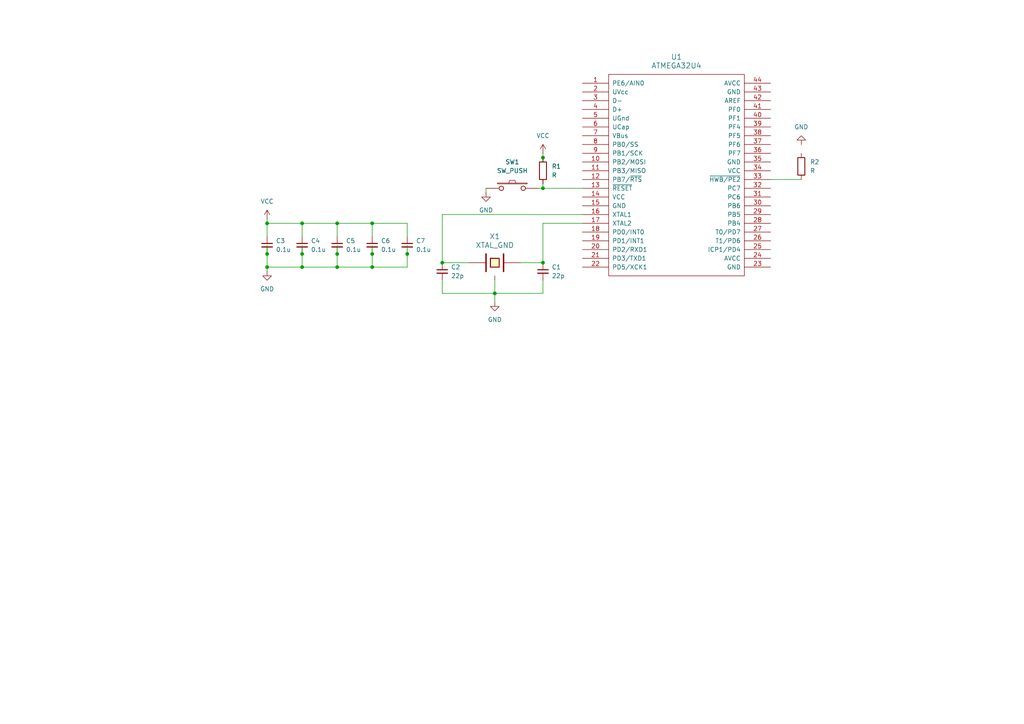
<source format=kicad_sch>
(kicad_sch (version 20231120) (generator "eeschema") (generator_version "8.0")
  (paper "A4")
  (lib_symbols
    (symbol "Device:C_Small" (pin_numbers hide) (pin_names (offset 0.254) hide)
      (property "Reference" "C" (at 0.254 1.778 0))
      (property "Value" "C_Small" (at 0.254 -2.032 0))
      (symbol "C_Small_0_1"
        (polyline (pts (xy -1.524 -0.508) (xy 1.524 -0.508)) (stroke (width 0.3302)))
        (polyline (pts (xy -1.524 0.508) (xy 1.524 0.508)) (stroke (width 0.3048)))
      )
      (symbol "C_Small_1_1"
        (pin passive line (at 0 2.54 270) (length 2.032) (name "~") (number "1"))
        (pin passive line (at 0 -2.54 90) (length 2.032) (name "~") (number "2"))
      )
    )
    (symbol "Device:R" (pin_numbers hide) (pin_names (offset 0))
      (property "Reference" "R" (at 2.032 0 90))
      (property "Value" "R" (at 0 0 90))
      (symbol "R_0_1"
        (rectangle (start -1.016 -2.54) (end 1.016 2.54) (stroke (width 0.254)))
      )
      (symbol "R_1_1"
        (pin passive line (at 0 3.81 270) (length 1.27) (name "~") (number "1"))
        (pin passive line (at 0 -3.81 90) (length 1.27) (name "~") (number "2"))
      )
    )
    (symbol "keyboard_parts:ATMEGA32U4" (pin_names (offset 1.016))
      (property "Reference" "U" (at 0 -31.75 0))
      (property "Value" "ATMEGA32U4" (at 0 31.75 0))
      (symbol "ATMEGA32U4_0_1"
        (rectangle (start 20.32 29.21) (end -19.05 -29.21))
      )
      (symbol "ATMEGA32U4_1_1"
        (pin bidirectional line (at -26.67 26.67 0) (length 7.62) (name "PE6/AIN0") (number "1"))
        (pin bidirectional line (at -26.67 3.81 0) (length 7.62) (name "PB2/MOSI") (number "10"))
        (pin bidirectional line (at -26.67 1.27 0) (length 7.62) (name "PB3/MISO") (number "11"))
        (pin bidirectional line (at -26.67 -1.27 0) (length 7.62) (name "PB7/~{RTS}") (number "12"))
        (pin input line (at -26.67 -3.81 0) (length 7.62) (name "~{RESET}") (number "13"))
        (pin power_in line (at -26.67 -6.35 0) (length 7.62) (name "VCC") (number "14"))
        (pin power_in line (at -26.67 -8.89 0) (length 7.62) (name "GND") (number "15"))
        (pin input line (at -26.67 -11.43 0) (length 7.62) (name "XTAL1") (number "16"))
        (pin output line (at -26.67 -13.97 0) (length 7.62) (name "XTAL2") (number "17"))
        (pin bidirectional line (at -26.67 -16.51 0) (length 7.62) (name "PD0/INT0") (number "18"))
        (pin bidirectional line (at -26.67 -19.05 0) (length 7.62) (name "PD1/INT1") (number "19"))
        (pin power_in line (at -26.67 24.13 0) (length 7.62) (name "UVcc") (number "2"))
        (pin bidirectional line (at -26.67 -21.59 0) (length 7.62) (name "PD2/RXD1") (number "20"))
        (pin bidirectional line (at -26.67 -24.13 0) (length 7.62) (name "PD3/TXD1") (number "21"))
        (pin bidirectional line (at -26.67 -26.67 0) (length 7.62) (name "PD5/XCK1") (number "22"))
        (pin power_in line (at 27.94 -26.67 180) (length 7.62) (name "GND") (number "23"))
        (pin power_in line (at 27.94 -24.13 180) (length 7.62) (name "AVCC") (number "24"))
        (pin bidirectional line (at 27.94 -21.59 180) (length 7.62) (name "ICP1/PD4") (number "25"))
        (pin bidirectional line (at 27.94 -19.05 180) (length 7.62) (name "T1/PD6") (number "26"))
        (pin bidirectional line (at 27.94 -16.51 180) (length 7.62) (name "T0/PD7") (number "27"))
        (pin bidirectional line (at 27.94 -13.97 180) (length 7.62) (name "PB4") (number "28"))
        (pin bidirectional line (at 27.94 -11.43 180) (length 7.62) (name "PB5") (number "29"))
        (pin bidirectional line (at -26.67 21.59 0) (length 7.62) (name "D-") (number "3"))
        (pin bidirectional line (at 27.94 -8.89 180) (length 7.62) (name "PB6") (number "30"))
        (pin bidirectional line (at 27.94 -6.35 180) (length 7.62) (name "PC6") (number "31"))
        (pin bidirectional line (at 27.94 -3.81 180) (length 7.62) (name "PC7") (number "32"))
        (pin bidirectional line (at 27.94 -1.27 180) (length 7.62) (name "~{HWB/PE2}") (number "33"))
        (pin power_in line (at 27.94 1.27 180) (length 7.62) (name "VCC") (number "34"))
        (pin power_in line (at 27.94 3.81 180) (length 7.62) (name "GND") (number "35"))
        (pin bidirectional line (at 27.94 6.35 180) (length 7.62) (name "PF7") (number "36"))
        (pin bidirectional line (at 27.94 8.89 180) (length 7.62) (name "PF6") (number "37"))
        (pin bidirectional line (at 27.94 11.43 180) (length 7.62) (name "PF5") (number "38"))
        (pin bidirectional line (at 27.94 13.97 180) (length 7.62) (name "PF4") (number "39"))
        (pin bidirectional line (at -26.67 19.05 0) (length 7.62) (name "D+") (number "4"))
        (pin bidirectional line (at 27.94 16.51 180) (length 7.62) (name "PF1") (number "40"))
        (pin bidirectional line (at 27.94 19.05 180) (length 7.62) (name "PF0") (number "41"))
        (pin input line (at 27.94 21.59 180) (length 7.62) (name "AREF") (number "42"))
        (pin power_in line (at 27.94 24.13 180) (length 7.62) (name "GND") (number "43"))
        (pin power_in line (at 27.94 26.67 180) (length 7.62) (name "AVCC") (number "44"))
        (pin power_in line (at -26.67 16.51 0) (length 7.62) (name "UGnd") (number "5"))
        (pin input line (at -26.67 13.97 0) (length 7.62) (name "UCap") (number "6"))
        (pin input line (at -26.67 11.43 0) (length 7.62) (name "VBus") (number "7"))
        (pin bidirectional line (at -26.67 8.89 0) (length 7.62) (name "PB0/SS") (number "8"))
        (pin bidirectional line (at -26.67 6.35 0) (length 7.62) (name "PB1/SCK") (number "9"))
      )
    )
    (symbol "keyboard_parts:SW_PUSH" (pin_numbers hide) (pin_names (offset 1.016) hide)
      (property "Reference" "SW" (at 3.81 2.794 0))
      (property "Value" "SW_PUSH" (at 0 -2.032 0))
      (symbol "SW_PUSH_0_1"
        (rectangle (start -4.318 1.27) (end 4.318 1.524))
        (polyline (pts (xy -1.016 1.524) (xy -0.762 2.286) (xy 0.762 2.286) (xy 1.016 1.524)))
        (pin passive inverted (at -7.62 0 0) (length 5.08) (name "1") (number "1"))
        (pin passive inverted (at 7.62 0 180) (length 5.08) (name "2") (number "2"))
      )
    )
    (symbol "keyboard_parts:XTAL_GND" (pin_numbers hide) (pin_names (offset 1.016) hide)
      (property "Reference" "X" (at 0 3.81 0))
      (property "Value" "XTAL_GND" (at 0 -3.81 0))
      (symbol "XTAL_GND_0_1"
        (polyline (pts (xy -2.54 2.54) (xy -2.54 -2.54)) (stroke (width 0.4064)))
        (polyline (pts (xy 2.54 2.54) (xy 2.54 -2.54)) (stroke (width 0.4064)))
        (polyline (pts (xy -1.27 1.27) (xy 1.27 1.27) (xy 1.27 -1.27) (xy -1.27 -1.27) (xy -1.27 1.27)) (stroke (width 0.3048)) (fill (type background)))
      )
      (symbol "XTAL_GND_1_1"
        (pin passive line (at -7.62 0 0) (length 5.08) (name "1") (number "1"))
        (pin passive line (at 7.62 0 180) (length 5.08) (name "2") (number "2"))
        (pin passive line (at 0 -5.08 90) (length 1.27) (name "~") (number "3"))
      )
    )
    (symbol "power:GND" (power) (pin_numbers hide) (pin_names (offset 0) hide)
      (property "Value" "GND" (at 0 -3.81 0))
      (symbol "GND_0_1"
        (polyline (pts (xy 0 0) (xy 0 -1.27) (xy 1.27 -1.27) (xy 0 -2.54) (xy -1.27 -1.27) (xy 0 -1.27)))
      )
      (symbol "GND_1_1"
        (pin power_in line (at 0 0 270) (length 0) (name "~") (number "1"))
      )
    )
    (symbol "power:VCC" (power) (pin_numbers hide) (pin_names (offset 0) hide)
      (property "Value" "VCC" (at 0 3.556 0))
      (symbol "VCC_0_1"
        (polyline (pts (xy -0.762 1.27) (xy 0 2.54)))
        (polyline (pts (xy 0 0) (xy 0 2.54)))
        (polyline (pts (xy 0 2.54) (xy 0.762 1.27)))
      )
      (symbol "VCC_1_1"
        (pin power_in line (at 0 0 90) (length 0) (name "~") (number "1"))
      )
    )
  )
  (junction (at 97.79 73.66))
  (junction (at 143.51 85.09))
  (junction (at 157.48 76.2))
  (junction (at 87.63 64.77))
  (junction (at 107.95 73.66))
  (junction (at 107.95 64.77))
  (junction (at 77.47 73.66))
  (junction (at 157.48 45.72))
  (junction (at 77.47 77.47))
  (junction (at 118.11 73.66))
  (junction (at 77.47 64.77))
  (junction (at 97.79 64.77))
  (junction (at 87.63 77.47))
  (junction (at 157.48 54.61))
  (junction (at 97.79 77.47))
  (junction (at 128.27 76.2))
  (junction (at 107.95 77.47))
  (junction (at 87.63 73.66))
  (wire (pts (xy 107.95 64.77) (xy 107.95 68.58)))
  (wire (pts (xy 223.52 52.07) (xy 232.41 52.07)))
  (wire (pts (xy 157.48 81.28) (xy 157.48 85.09)))
  (wire (pts (xy 157.48 53.34) (xy 157.48 54.61)))
  (wire (pts (xy 97.79 64.77) (xy 107.95 64.77)))
  (wire (pts (xy 87.63 64.77) (xy 97.79 64.77)))
  (wire (pts (xy 128.27 62.23) (xy 168.91 62.23)))
  (wire (pts (xy 97.79 73.66) (xy 97.79 77.47)))
  (wire (pts (xy 157.48 46.99) (xy 157.48 45.72)))
  (wire (pts (xy 107.95 71.12) (xy 107.95 73.66)))
  (wire (pts (xy 77.47 77.47) (xy 77.47 78.74)))
  (wire (pts (xy 151.13 76.2) (xy 157.48 76.2)))
  (wire (pts (xy 157.48 85.09) (xy 143.51 85.09)))
  (wire (pts (xy 77.47 64.77) (xy 77.47 68.58)))
  (wire (pts (xy 157.48 64.77) (xy 157.48 76.2)))
  (wire (pts (xy 97.79 77.47) (xy 107.95 77.47)))
  (wire (pts (xy 87.63 71.12) (xy 87.63 73.66)))
  (wire (pts (xy 128.27 76.2) (xy 135.89 76.2)))
  (wire (pts (xy 157.48 64.77) (xy 168.91 64.77)))
  (wire (pts (xy 77.47 64.77) (xy 87.63 64.77)))
  (wire (pts (xy 87.63 64.77) (xy 87.63 68.58)))
  (wire (pts (xy 140.97 54.61) (xy 140.97 55.88)))
  (wire (pts (xy 128.27 62.23) (xy 128.27 76.2)))
  (wire (pts (xy 87.63 77.47) (xy 97.79 77.47)))
  (wire (pts (xy 143.51 85.09) (xy 143.51 87.63)))
  (wire (pts (xy 97.79 64.77) (xy 97.79 68.58)))
  (wire (pts (xy 87.63 73.66) (xy 87.63 77.47)))
  (wire (pts (xy 77.47 73.66) (xy 77.47 77.47)))
  (wire (pts (xy 143.51 85.09) (xy 128.27 85.09)))
  (wire (pts (xy 118.11 64.77) (xy 118.11 68.58)))
  (wire (pts (xy 118.11 77.47) (xy 118.11 73.66)))
  (wire (pts (xy 107.95 77.47) (xy 118.11 77.47)))
  (wire (pts (xy 107.95 73.66) (xy 107.95 77.47)))
  (wire (pts (xy 118.11 71.12) (xy 118.11 73.66)))
  (wire (pts (xy 77.47 63.5) (xy 77.47 64.77)))
  (wire (pts (xy 157.48 54.61) (xy 168.91 54.61)))
  (wire (pts (xy 97.79 71.12) (xy 97.79 73.66)))
  (wire (pts (xy 157.48 44.45) (xy 157.48 45.72)))
  (wire (pts (xy 107.95 64.77) (xy 118.11 64.77)))
  (wire (pts (xy 77.47 77.47) (xy 87.63 77.47)))
  (wire (pts (xy 156.21 54.61) (xy 157.48 54.61)))
  (wire (pts (xy 77.47 71.12) (xy 77.47 73.66)))
  (wire (pts (xy 143.51 81.28) (xy 143.51 85.09)))
  (wire (pts (xy 128.27 85.09) (xy 128.27 81.28)))
  (symbol (lib_id "Device:C_Small") (at 118.11 71.12 0) (unit 1)
    (property "Reference" "C7" (at 120.65 69.8562 0) (effects (justify left)))
    (property "Value" "0.1u" (at 120.65 72.3962 0) (effects (justify left)))
    (property "Description" "Unpolarized capacitor, small symbol" (effects (hide yes)))
  )
  (symbol (lib_id "power:GND") (at 140.97 55.88 0) (unit 1)
    (property "Reference" "#PWR04" (effects (hide yes)))
    (property "Value" "GND" (at 140.97 60.96 0))
    (property "Description" "Power symbol creates a global label with name \"GND\" , ground" (effects (hide yes)))
  )
  (symbol (lib_id "Device:C_Small") (at 97.79 71.12 0) (unit 1)
    (property "Reference" "C5" (at 100.33 69.8562 0) (effects (justify left)))
    (property "Value" "0.1u" (at 100.33 72.3962 0) (effects (justify left)))
    (property "Description" "Unpolarized capacitor, small symbol" (effects (hide yes)))
  )
  (symbol (lib_id "Device:C_Small") (at 157.48 78.74 0) (unit 1)
    (property "Reference" "C1" (at 160.02 77.4762 0) (effects (justify left)))
    (property "Value" "22p" (at 160.02 80.0162 0) (effects (justify left)))
    (property "Description" "Unpolarized capacitor, small symbol" (effects (hide yes)))
  )
  (symbol (lib_id "Device:C_Small") (at 107.95 71.12 0) (unit 1)
    (property "Reference" "C6" (at 110.49 69.8562 0) (effects (justify left)))
    (property "Value" "0.1u" (at 110.49 72.3962 0) (effects (justify left)))
    (property "Description" "Unpolarized capacitor, small symbol" (effects (hide yes)))
  )
  (symbol (lib_id "keyboard_parts:ATMEGA32U4") (at 195.58 50.8 0) (unit 1)
    (property "Reference" "U1" (at 196.215 16.51 0) (effects (font (size 1.524 1.524))))
    (property "Value" "ATMEGA32U4" (at 196.215 19.05 0) (effects (font (size 1.524 1.524))))
  )
  (symbol (lib_id "power:GND") (at 232.41 41.91 180) (unit 1)
    (property "Reference" "#PWR05" (effects (hide yes)))
    (property "Value" "GND" (at 232.41 36.83 0))
    (property "Description" "Power symbol creates a global label with name \"GND\" , ground" (effects (hide yes)))
  )
  (symbol (lib_id "power:GND") (at 143.51 87.63 0) (unit 1)
    (property "Reference" "#PWR01" (effects (hide yes)))
    (property "Value" "GND" (at 143.51 92.71 0))
    (property "Description" "Power symbol creates a global label with name \"GND\" , ground" (effects (hide yes)))
  )
  (symbol (lib_id "Device:C_Small") (at 87.63 71.12 0) (unit 1)
    (property "Reference" "C4" (at 90.17 69.8562 0) (effects (justify left)))
    (property "Value" "0.1u" (at 90.17 72.3962 0) (effects (justify left)))
    (property "Description" "Unpolarized capacitor, small symbol" (effects (hide yes)))
  )
  (symbol (lib_id "power:VCC") (at 157.48 44.45 0) (unit 1)
    (property "Reference" "#PWR06" (effects (hide yes)))
    (property "Value" "VCC" (at 157.48 39.37 0))
    (property "Description" "Power symbol creates a global label with name \"VCC\"" (effects (hide yes)))
  )
  (symbol (lib_id "keyboard_parts:SW_PUSH") (at 148.59 54.61 0) (unit 1)
    (property "Reference" "SW1" (at 148.59 46.99 0))
    (property "Value" "SW_PUSH" (at 148.59 49.53 0))
  )
  (symbol (lib_id "Device:R") (at 157.48 49.53 0) (unit 1)
    (property "Reference" "R1" (at 160.02 48.2599 0) (effects (justify left)))
    (property "Value" "R" (at 160.02 50.7999 0) (effects (justify left)))
    (property "Description" "Resistor" (effects (hide yes)))
  )
  (symbol (lib_id "power:GND") (at 77.47 78.74 0) (unit 1)
    (property "Reference" "#PWR03" (effects (hide yes)))
    (property "Value" "GND" (at 77.47 83.82 0))
    (property "Description" "Power symbol creates a global label with name \"GND\" , ground" (effects (hide yes)))
  )
  (symbol (lib_id "keyboard_parts:XTAL_GND") (at 143.51 76.2 0) (unit 1)
    (property "Reference" "X1" (at 143.51 68.58 0) (effects (font (size 1.524 1.524))))
    (property "Value" "XTAL_GND" (at 143.51 71.12 0) (effects (font (size 1.524 1.524))))
  )
  (symbol (lib_id "Device:C_Small") (at 128.27 78.74 0) (unit 1)
    (property "Reference" "C2" (at 130.81 77.4762 0) (effects (justify left)))
    (property "Value" "22p" (at 130.81 80.0162 0) (effects (justify left)))
    (property "Description" "Unpolarized capacitor, small symbol" (effects (hide yes)))
  )
  (symbol (lib_id "Device:C_Small") (at 77.47 71.12 0) (unit 1)
    (property "Reference" "C3" (at 80.01 69.8562 0) (effects (justify left)))
    (property "Value" "0.1u" (at 80.01 72.3962 0) (effects (justify left)))
    (property "Description" "Unpolarized capacitor, small symbol" (effects (hide yes)))
  )
  (symbol (lib_id "Device:R") (at 232.41 48.26 0) (unit 1)
    (property "Reference" "R2" (at 234.95 46.9899 0) (effects (justify left)))
    (property "Value" "R" (at 234.95 49.5299 0) (effects (justify left)))
    (property "Description" "Resistor" (effects (hide yes)))
  )
  (symbol (lib_id "power:VCC") (at 77.47 63.5 0) (unit 1)
    (property "Reference" "#PWR02" (effects (hide yes)))
    (property "Value" "VCC" (at 77.47 58.42 0))
    (property "Description" "Power symbol creates a global label with name \"VCC\"" (effects (hide yes)))
  )
)
</source>
